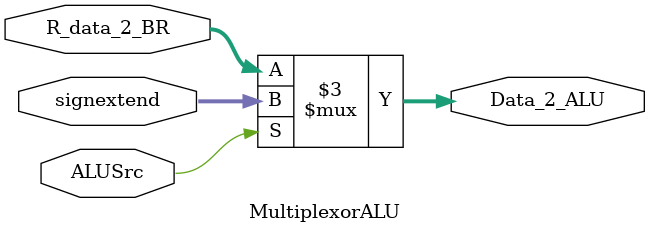
<source format=v>
module MultiplexorALU (
	input [31:0] R_data_2_BR,
	input [31:0] signextend,
	input ALUSrc,
	output reg [31:0] Data_2_ALU
);

always @* begin
	if (ALUSrc) begin
		Data_2_ALU <= signextend;
	end
	else begin
		Data_2_ALU <= R_data_2_BR;
	end
end

endmodule


</source>
